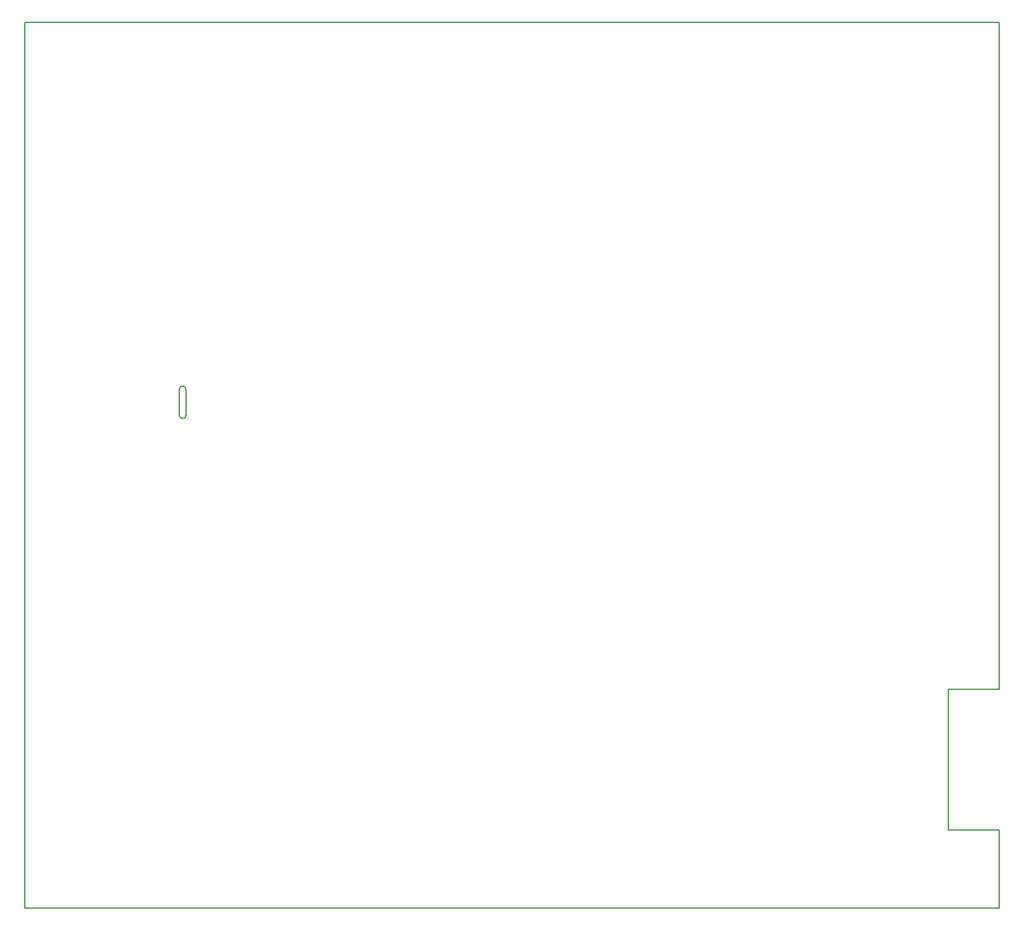
<source format=gbr>
G04 DipTrace 4.2.0.1*
G04 BoardOutline.gbr*
%MOIN*%
G04 #@! TF.FileFunction,Profile*
G04 #@! TF.Part,Single*
%ADD12C,0.005*%
%FSLAX26Y26*%
G04*
G70*
G90*
G75*
G01*
G04 BoardOutline*
%LPD*%
X-118Y-180D2*
D12*
X5236102D1*
Y421678D1*
X4961336Y421680D1*
X4961332Y1176572D1*
X5236232Y1176609D1*
X5236102Y4763600D1*
X-118D1*
Y-180D1*
X830143Y2791759D2*
Y2651759D1*
G03X865143Y2651759I17500J0D01*
G01*
Y2791759D1*
G03X830143Y2791759I-17500J0D01*
G01*
M02*

</source>
